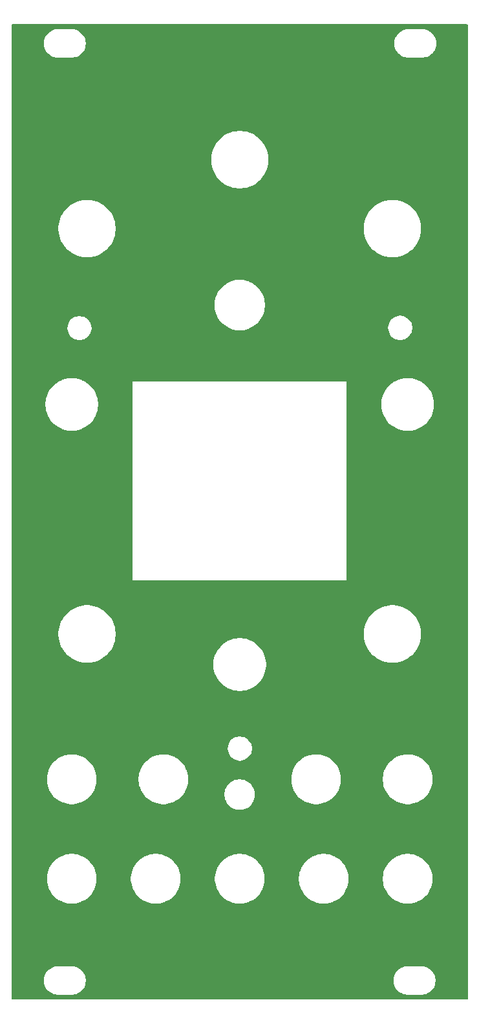
<source format=gbr>
%TF.GenerationSoftware,KiCad,Pcbnew,8.0.7*%
%TF.CreationDate,2025-01-17T12:36:58+00:00*%
%TF.ProjectId,Spectralist_Panel,53706563-7472-4616-9c69-73745f50616e,rev?*%
%TF.SameCoordinates,Original*%
%TF.FileFunction,Copper,L2,Bot*%
%TF.FilePolarity,Positive*%
%FSLAX46Y46*%
G04 Gerber Fmt 4.6, Leading zero omitted, Abs format (unit mm)*
G04 Created by KiCad (PCBNEW 8.0.7) date 2025-01-17 12:36:58*
%MOMM*%
%LPD*%
G01*
G04 APERTURE LIST*
G04 APERTURE END LIST*
%TA.AperFunction,NonConductor*%
G36*
X159841621Y-41320502D02*
G01*
X159888114Y-41374158D01*
X159899500Y-41426500D01*
X159899500Y-168673500D01*
X159879498Y-168741621D01*
X159825842Y-168788114D01*
X159773500Y-168799500D01*
X100226500Y-168799500D01*
X100158379Y-168779498D01*
X100111886Y-168725842D01*
X100100500Y-168673500D01*
X100100500Y-166178709D01*
X104349500Y-166178709D01*
X104349500Y-166421290D01*
X104381160Y-166661782D01*
X104443944Y-166896095D01*
X104443945Y-166896097D01*
X104443946Y-166896100D01*
X104536776Y-167120212D01*
X104536777Y-167120213D01*
X104536782Y-167120224D01*
X104658061Y-167330285D01*
X104658063Y-167330288D01*
X104658064Y-167330289D01*
X104805735Y-167522738D01*
X104805739Y-167522742D01*
X104805744Y-167522748D01*
X104977251Y-167694255D01*
X104977256Y-167694259D01*
X104977262Y-167694265D01*
X105169711Y-167841936D01*
X105169714Y-167841938D01*
X105379775Y-167963217D01*
X105379779Y-167963218D01*
X105379788Y-167963224D01*
X105603900Y-168056054D01*
X105838211Y-168118838D01*
X105838215Y-168118838D01*
X105838217Y-168118839D01*
X105900202Y-168126999D01*
X106078712Y-168150500D01*
X106078719Y-168150500D01*
X108121281Y-168150500D01*
X108121288Y-168150500D01*
X108338637Y-168121885D01*
X108361782Y-168118839D01*
X108361782Y-168118838D01*
X108361789Y-168118838D01*
X108596100Y-168056054D01*
X108820212Y-167963224D01*
X109030289Y-167841936D01*
X109222738Y-167694265D01*
X109394265Y-167522738D01*
X109541936Y-167330289D01*
X109663224Y-167120212D01*
X109756054Y-166896100D01*
X109818838Y-166661789D01*
X109850500Y-166421288D01*
X109850500Y-166178712D01*
X109850500Y-166178709D01*
X150149500Y-166178709D01*
X150149500Y-166421290D01*
X150181160Y-166661782D01*
X150243944Y-166896095D01*
X150243945Y-166896097D01*
X150243946Y-166896100D01*
X150336776Y-167120212D01*
X150336777Y-167120213D01*
X150336782Y-167120224D01*
X150458061Y-167330285D01*
X150458063Y-167330288D01*
X150458064Y-167330289D01*
X150605735Y-167522738D01*
X150605739Y-167522742D01*
X150605744Y-167522748D01*
X150777251Y-167694255D01*
X150777256Y-167694259D01*
X150777262Y-167694265D01*
X150969711Y-167841936D01*
X150969714Y-167841938D01*
X151179775Y-167963217D01*
X151179779Y-167963218D01*
X151179788Y-167963224D01*
X151403900Y-168056054D01*
X151638211Y-168118838D01*
X151638215Y-168118838D01*
X151638217Y-168118839D01*
X151700202Y-168126999D01*
X151878712Y-168150500D01*
X151878719Y-168150500D01*
X153921281Y-168150500D01*
X153921288Y-168150500D01*
X154138637Y-168121885D01*
X154161782Y-168118839D01*
X154161782Y-168118838D01*
X154161789Y-168118838D01*
X154396100Y-168056054D01*
X154620212Y-167963224D01*
X154830289Y-167841936D01*
X155022738Y-167694265D01*
X155194265Y-167522738D01*
X155341936Y-167330289D01*
X155463224Y-167120212D01*
X155556054Y-166896100D01*
X155618838Y-166661789D01*
X155650500Y-166421288D01*
X155650500Y-166178712D01*
X155618838Y-165938211D01*
X155556054Y-165703900D01*
X155463224Y-165479788D01*
X155463218Y-165479779D01*
X155463217Y-165479775D01*
X155341938Y-165269714D01*
X155341936Y-165269711D01*
X155194265Y-165077262D01*
X155194259Y-165077256D01*
X155194255Y-165077251D01*
X155022748Y-164905744D01*
X155022742Y-164905739D01*
X155022738Y-164905735D01*
X154830289Y-164758064D01*
X154830288Y-164758063D01*
X154830285Y-164758061D01*
X154620224Y-164636782D01*
X154620216Y-164636778D01*
X154620212Y-164636776D01*
X154396100Y-164543946D01*
X154396097Y-164543945D01*
X154396095Y-164543944D01*
X154161782Y-164481160D01*
X153921290Y-164449500D01*
X153921288Y-164449500D01*
X151878712Y-164449500D01*
X151878709Y-164449500D01*
X151638217Y-164481160D01*
X151403904Y-164543944D01*
X151403900Y-164543946D01*
X151179786Y-164636777D01*
X151179775Y-164636782D01*
X150969714Y-164758061D01*
X150777262Y-164905735D01*
X150777251Y-164905744D01*
X150605744Y-165077251D01*
X150605735Y-165077262D01*
X150458061Y-165269714D01*
X150336782Y-165479775D01*
X150336777Y-165479786D01*
X150243946Y-165703900D01*
X150243944Y-165703904D01*
X150181160Y-165938217D01*
X150149500Y-166178709D01*
X109850500Y-166178709D01*
X109818838Y-165938211D01*
X109756054Y-165703900D01*
X109663224Y-165479788D01*
X109663218Y-165479779D01*
X109663217Y-165479775D01*
X109541938Y-165269714D01*
X109541936Y-165269711D01*
X109394265Y-165077262D01*
X109394259Y-165077256D01*
X109394255Y-165077251D01*
X109222748Y-164905744D01*
X109222742Y-164905739D01*
X109222738Y-164905735D01*
X109030289Y-164758064D01*
X109030288Y-164758063D01*
X109030285Y-164758061D01*
X108820224Y-164636782D01*
X108820216Y-164636778D01*
X108820212Y-164636776D01*
X108596100Y-164543946D01*
X108596097Y-164543945D01*
X108596095Y-164543944D01*
X108361782Y-164481160D01*
X108121290Y-164449500D01*
X108121288Y-164449500D01*
X106078712Y-164449500D01*
X106078709Y-164449500D01*
X105838217Y-164481160D01*
X105603904Y-164543944D01*
X105603900Y-164543946D01*
X105379786Y-164636777D01*
X105379775Y-164636782D01*
X105169714Y-164758061D01*
X104977262Y-164905735D01*
X104977251Y-164905744D01*
X104805744Y-165077251D01*
X104805735Y-165077262D01*
X104658061Y-165269714D01*
X104536782Y-165479775D01*
X104536777Y-165479786D01*
X104443946Y-165703900D01*
X104443944Y-165703904D01*
X104381160Y-165938217D01*
X104349500Y-166178709D01*
X100100500Y-166178709D01*
X100100500Y-152840306D01*
X104749500Y-152840306D01*
X104749500Y-153159693D01*
X104780802Y-153477508D01*
X104780804Y-153477523D01*
X104843111Y-153790760D01*
X104935820Y-154096381D01*
X104935821Y-154096385D01*
X105058039Y-154391444D01*
X105208592Y-154673108D01*
X105386020Y-154938649D01*
X105386031Y-154938664D01*
X105588628Y-155185528D01*
X105588646Y-155185548D01*
X105814451Y-155411353D01*
X105814461Y-155411362D01*
X105814465Y-155411366D01*
X106061344Y-155613975D01*
X106326894Y-155791409D01*
X106608556Y-155941961D01*
X106903619Y-156064180D01*
X107209240Y-156156889D01*
X107522477Y-156219196D01*
X107840313Y-156250500D01*
X107840322Y-156250500D01*
X108159678Y-156250500D01*
X108159687Y-156250500D01*
X108477523Y-156219196D01*
X108790760Y-156156889D01*
X109096381Y-156064180D01*
X109391444Y-155941961D01*
X109673106Y-155791409D01*
X109938656Y-155613975D01*
X110185535Y-155411366D01*
X110411366Y-155185535D01*
X110613975Y-154938656D01*
X110791409Y-154673106D01*
X110941961Y-154391444D01*
X111064180Y-154096381D01*
X111156889Y-153790760D01*
X111219196Y-153477523D01*
X111250500Y-153159687D01*
X111250500Y-152840313D01*
X111250499Y-152840306D01*
X115749500Y-152840306D01*
X115749500Y-153159693D01*
X115780802Y-153477508D01*
X115780804Y-153477523D01*
X115843111Y-153790760D01*
X115935820Y-154096381D01*
X115935821Y-154096385D01*
X116058039Y-154391444D01*
X116208592Y-154673108D01*
X116386020Y-154938649D01*
X116386031Y-154938664D01*
X116588628Y-155185528D01*
X116588646Y-155185548D01*
X116814451Y-155411353D01*
X116814461Y-155411362D01*
X116814465Y-155411366D01*
X117061344Y-155613975D01*
X117326894Y-155791409D01*
X117608556Y-155941961D01*
X117903619Y-156064180D01*
X118209240Y-156156889D01*
X118522477Y-156219196D01*
X118840313Y-156250500D01*
X118840322Y-156250500D01*
X119159678Y-156250500D01*
X119159687Y-156250500D01*
X119477523Y-156219196D01*
X119790760Y-156156889D01*
X120096381Y-156064180D01*
X120391444Y-155941961D01*
X120673106Y-155791409D01*
X120938656Y-155613975D01*
X121185535Y-155411366D01*
X121411366Y-155185535D01*
X121613975Y-154938656D01*
X121791409Y-154673106D01*
X121941961Y-154391444D01*
X122064180Y-154096381D01*
X122156889Y-153790760D01*
X122219196Y-153477523D01*
X122250500Y-153159687D01*
X122250500Y-152840313D01*
X122250499Y-152840306D01*
X126749500Y-152840306D01*
X126749500Y-153159693D01*
X126780802Y-153477508D01*
X126780804Y-153477523D01*
X126843111Y-153790760D01*
X126935820Y-154096381D01*
X126935821Y-154096385D01*
X127058039Y-154391444D01*
X127208592Y-154673108D01*
X127386020Y-154938649D01*
X127386031Y-154938664D01*
X127588628Y-155185528D01*
X127588646Y-155185548D01*
X127814451Y-155411353D01*
X127814461Y-155411362D01*
X127814465Y-155411366D01*
X128061344Y-155613975D01*
X128326894Y-155791409D01*
X128608556Y-155941961D01*
X128903619Y-156064180D01*
X129209240Y-156156889D01*
X129522477Y-156219196D01*
X129840313Y-156250500D01*
X129840322Y-156250500D01*
X130159678Y-156250500D01*
X130159687Y-156250500D01*
X130477523Y-156219196D01*
X130790760Y-156156889D01*
X131096381Y-156064180D01*
X131391444Y-155941961D01*
X131673106Y-155791409D01*
X131938656Y-155613975D01*
X132185535Y-155411366D01*
X132411366Y-155185535D01*
X132613975Y-154938656D01*
X132791409Y-154673106D01*
X132941961Y-154391444D01*
X133064180Y-154096381D01*
X133156889Y-153790760D01*
X133219196Y-153477523D01*
X133250500Y-153159687D01*
X133250500Y-152840313D01*
X133250499Y-152840306D01*
X137749500Y-152840306D01*
X137749500Y-153159693D01*
X137780802Y-153477508D01*
X137780804Y-153477523D01*
X137843111Y-153790760D01*
X137935820Y-154096381D01*
X137935821Y-154096385D01*
X138058039Y-154391444D01*
X138208592Y-154673108D01*
X138386020Y-154938649D01*
X138386031Y-154938664D01*
X138588628Y-155185528D01*
X138588646Y-155185548D01*
X138814451Y-155411353D01*
X138814461Y-155411362D01*
X138814465Y-155411366D01*
X139061344Y-155613975D01*
X139326894Y-155791409D01*
X139608556Y-155941961D01*
X139903619Y-156064180D01*
X140209240Y-156156889D01*
X140522477Y-156219196D01*
X140840313Y-156250500D01*
X140840322Y-156250500D01*
X141159678Y-156250500D01*
X141159687Y-156250500D01*
X141477523Y-156219196D01*
X141790760Y-156156889D01*
X142096381Y-156064180D01*
X142391444Y-155941961D01*
X142673106Y-155791409D01*
X142938656Y-155613975D01*
X143185535Y-155411366D01*
X143411366Y-155185535D01*
X143613975Y-154938656D01*
X143791409Y-154673106D01*
X143941961Y-154391444D01*
X144064180Y-154096381D01*
X144156889Y-153790760D01*
X144219196Y-153477523D01*
X144250500Y-153159687D01*
X144250500Y-152840313D01*
X144250499Y-152840306D01*
X148749500Y-152840306D01*
X148749500Y-153159693D01*
X148780802Y-153477508D01*
X148780804Y-153477523D01*
X148843111Y-153790760D01*
X148935820Y-154096381D01*
X148935821Y-154096385D01*
X149058039Y-154391444D01*
X149208592Y-154673108D01*
X149386020Y-154938649D01*
X149386031Y-154938664D01*
X149588628Y-155185528D01*
X149588646Y-155185548D01*
X149814451Y-155411353D01*
X149814461Y-155411362D01*
X149814465Y-155411366D01*
X150061344Y-155613975D01*
X150326894Y-155791409D01*
X150608556Y-155941961D01*
X150903619Y-156064180D01*
X151209240Y-156156889D01*
X151522477Y-156219196D01*
X151840313Y-156250500D01*
X151840322Y-156250500D01*
X152159678Y-156250500D01*
X152159687Y-156250500D01*
X152477523Y-156219196D01*
X152790760Y-156156889D01*
X153096381Y-156064180D01*
X153391444Y-155941961D01*
X153673106Y-155791409D01*
X153938656Y-155613975D01*
X154185535Y-155411366D01*
X154411366Y-155185535D01*
X154613975Y-154938656D01*
X154791409Y-154673106D01*
X154941961Y-154391444D01*
X155064180Y-154096381D01*
X155156889Y-153790760D01*
X155219196Y-153477523D01*
X155250500Y-153159687D01*
X155250500Y-152840313D01*
X155219196Y-152522477D01*
X155156889Y-152209240D01*
X155064180Y-151903619D01*
X154941961Y-151608556D01*
X154791409Y-151326894D01*
X154613975Y-151061344D01*
X154411366Y-150814465D01*
X154411362Y-150814461D01*
X154411353Y-150814451D01*
X154185548Y-150588646D01*
X154185528Y-150588628D01*
X153938664Y-150386031D01*
X153938649Y-150386020D01*
X153673108Y-150208592D01*
X153391444Y-150058039D01*
X153096385Y-149935821D01*
X153096381Y-149935820D01*
X152790760Y-149843111D01*
X152581935Y-149801573D01*
X152477524Y-149780804D01*
X152477508Y-149780802D01*
X152159693Y-149749500D01*
X152159687Y-149749500D01*
X151840313Y-149749500D01*
X151840306Y-149749500D01*
X151522491Y-149780802D01*
X151522475Y-149780804D01*
X151313652Y-149822342D01*
X151209240Y-149843111D01*
X151056429Y-149889465D01*
X150903618Y-149935820D01*
X150903614Y-149935821D01*
X150608555Y-150058039D01*
X150326891Y-150208592D01*
X150061350Y-150386020D01*
X150061335Y-150386031D01*
X149814471Y-150588628D01*
X149814451Y-150588646D01*
X149588646Y-150814451D01*
X149588628Y-150814471D01*
X149386031Y-151061335D01*
X149386020Y-151061350D01*
X149208592Y-151326891D01*
X149058039Y-151608555D01*
X148935821Y-151903614D01*
X148935820Y-151903618D01*
X148843111Y-152209241D01*
X148780804Y-152522475D01*
X148780802Y-152522491D01*
X148749500Y-152840306D01*
X144250499Y-152840306D01*
X144219196Y-152522477D01*
X144156889Y-152209240D01*
X144064180Y-151903619D01*
X143941961Y-151608556D01*
X143791409Y-151326894D01*
X143613975Y-151061344D01*
X143411366Y-150814465D01*
X143411362Y-150814461D01*
X143411353Y-150814451D01*
X143185548Y-150588646D01*
X143185528Y-150588628D01*
X142938664Y-150386031D01*
X142938649Y-150386020D01*
X142673108Y-150208592D01*
X142391444Y-150058039D01*
X142096385Y-149935821D01*
X142096381Y-149935820D01*
X141790760Y-149843111D01*
X141581935Y-149801573D01*
X141477524Y-149780804D01*
X141477508Y-149780802D01*
X141159693Y-149749500D01*
X141159687Y-149749500D01*
X140840313Y-149749500D01*
X140840306Y-149749500D01*
X140522491Y-149780802D01*
X140522475Y-149780804D01*
X140313652Y-149822342D01*
X140209240Y-149843111D01*
X140056429Y-149889465D01*
X139903618Y-149935820D01*
X139903614Y-149935821D01*
X139608555Y-150058039D01*
X139326891Y-150208592D01*
X139061350Y-150386020D01*
X139061335Y-150386031D01*
X138814471Y-150588628D01*
X138814451Y-150588646D01*
X138588646Y-150814451D01*
X138588628Y-150814471D01*
X138386031Y-151061335D01*
X138386020Y-151061350D01*
X138208592Y-151326891D01*
X138058039Y-151608555D01*
X137935821Y-151903614D01*
X137935820Y-151903618D01*
X137843111Y-152209241D01*
X137780804Y-152522475D01*
X137780802Y-152522491D01*
X137749500Y-152840306D01*
X133250499Y-152840306D01*
X133219196Y-152522477D01*
X133156889Y-152209240D01*
X133064180Y-151903619D01*
X132941961Y-151608556D01*
X132791409Y-151326894D01*
X132613975Y-151061344D01*
X132411366Y-150814465D01*
X132411362Y-150814461D01*
X132411353Y-150814451D01*
X132185548Y-150588646D01*
X132185528Y-150588628D01*
X131938664Y-150386031D01*
X131938649Y-150386020D01*
X131673108Y-150208592D01*
X131391444Y-150058039D01*
X131096385Y-149935821D01*
X131096381Y-149935820D01*
X130790760Y-149843111D01*
X130581935Y-149801573D01*
X130477524Y-149780804D01*
X130477508Y-149780802D01*
X130159693Y-149749500D01*
X130159687Y-149749500D01*
X129840313Y-149749500D01*
X129840306Y-149749500D01*
X129522491Y-149780802D01*
X129522475Y-149780804D01*
X129313652Y-149822342D01*
X129209240Y-149843111D01*
X129056429Y-149889465D01*
X128903618Y-149935820D01*
X128903614Y-149935821D01*
X128608555Y-150058039D01*
X128326891Y-150208592D01*
X128061350Y-150386020D01*
X128061335Y-150386031D01*
X127814471Y-150588628D01*
X127814451Y-150588646D01*
X127588646Y-150814451D01*
X127588628Y-150814471D01*
X127386031Y-151061335D01*
X127386020Y-151061350D01*
X127208592Y-151326891D01*
X127058039Y-151608555D01*
X126935821Y-151903614D01*
X126935820Y-151903618D01*
X126843111Y-152209241D01*
X126780804Y-152522475D01*
X126780802Y-152522491D01*
X126749500Y-152840306D01*
X122250499Y-152840306D01*
X122219196Y-152522477D01*
X122156889Y-152209240D01*
X122064180Y-151903619D01*
X121941961Y-151608556D01*
X121791409Y-151326894D01*
X121613975Y-151061344D01*
X121411366Y-150814465D01*
X121411362Y-150814461D01*
X121411353Y-150814451D01*
X121185548Y-150588646D01*
X121185528Y-150588628D01*
X120938664Y-150386031D01*
X120938649Y-150386020D01*
X120673108Y-150208592D01*
X120391444Y-150058039D01*
X120096385Y-149935821D01*
X120096381Y-149935820D01*
X119790760Y-149843111D01*
X119581935Y-149801573D01*
X119477524Y-149780804D01*
X119477508Y-149780802D01*
X119159693Y-149749500D01*
X119159687Y-149749500D01*
X118840313Y-149749500D01*
X118840306Y-149749500D01*
X118522491Y-149780802D01*
X118522475Y-149780804D01*
X118313652Y-149822342D01*
X118209240Y-149843111D01*
X118056429Y-149889465D01*
X117903618Y-149935820D01*
X117903614Y-149935821D01*
X117608555Y-150058039D01*
X117326891Y-150208592D01*
X117061350Y-150386020D01*
X117061335Y-150386031D01*
X116814471Y-150588628D01*
X116814451Y-150588646D01*
X116588646Y-150814451D01*
X116588628Y-150814471D01*
X116386031Y-151061335D01*
X116386020Y-151061350D01*
X116208592Y-151326891D01*
X116058039Y-151608555D01*
X115935821Y-151903614D01*
X115935820Y-151903618D01*
X115843111Y-152209241D01*
X115780804Y-152522475D01*
X115780802Y-152522491D01*
X115749500Y-152840306D01*
X111250499Y-152840306D01*
X111219196Y-152522477D01*
X111156889Y-152209240D01*
X111064180Y-151903619D01*
X110941961Y-151608556D01*
X110791409Y-151326894D01*
X110613975Y-151061344D01*
X110411366Y-150814465D01*
X110411362Y-150814461D01*
X110411353Y-150814451D01*
X110185548Y-150588646D01*
X110185528Y-150588628D01*
X109938664Y-150386031D01*
X109938649Y-150386020D01*
X109673108Y-150208592D01*
X109391444Y-150058039D01*
X109096385Y-149935821D01*
X109096381Y-149935820D01*
X108790760Y-149843111D01*
X108581935Y-149801573D01*
X108477524Y-149780804D01*
X108477508Y-149780802D01*
X108159693Y-149749500D01*
X108159687Y-149749500D01*
X107840313Y-149749500D01*
X107840306Y-149749500D01*
X107522491Y-149780802D01*
X107522475Y-149780804D01*
X107313652Y-149822342D01*
X107209240Y-149843111D01*
X107056429Y-149889465D01*
X106903618Y-149935820D01*
X106903614Y-149935821D01*
X106608555Y-150058039D01*
X106326891Y-150208592D01*
X106061350Y-150386020D01*
X106061335Y-150386031D01*
X105814471Y-150588628D01*
X105814451Y-150588646D01*
X105588646Y-150814451D01*
X105588628Y-150814471D01*
X105386031Y-151061335D01*
X105386020Y-151061350D01*
X105208592Y-151326891D01*
X105058039Y-151608555D01*
X104935821Y-151903614D01*
X104935820Y-151903618D01*
X104843111Y-152209241D01*
X104780804Y-152522475D01*
X104780802Y-152522491D01*
X104749500Y-152840306D01*
X100100500Y-152840306D01*
X100100500Y-139840306D01*
X104749500Y-139840306D01*
X104749500Y-140159693D01*
X104780802Y-140477508D01*
X104780804Y-140477523D01*
X104843111Y-140790760D01*
X104935820Y-141096381D01*
X104935821Y-141096385D01*
X105058039Y-141391444D01*
X105208592Y-141673108D01*
X105386020Y-141938649D01*
X105386031Y-141938664D01*
X105588628Y-142185528D01*
X105588646Y-142185548D01*
X105814451Y-142411353D01*
X105814461Y-142411362D01*
X105814465Y-142411366D01*
X106061344Y-142613975D01*
X106326894Y-142791409D01*
X106608556Y-142941961D01*
X106903619Y-143064180D01*
X107209240Y-143156889D01*
X107522477Y-143219196D01*
X107840313Y-143250500D01*
X107840322Y-143250500D01*
X108159678Y-143250500D01*
X108159687Y-143250500D01*
X108477523Y-143219196D01*
X108790760Y-143156889D01*
X109096381Y-143064180D01*
X109391444Y-142941961D01*
X109673106Y-142791409D01*
X109938656Y-142613975D01*
X110185535Y-142411366D01*
X110411366Y-142185535D01*
X110613975Y-141938656D01*
X110791409Y-141673106D01*
X110941961Y-141391444D01*
X111064180Y-141096381D01*
X111156889Y-140790760D01*
X111219196Y-140477523D01*
X111250500Y-140159687D01*
X111250500Y-139840313D01*
X111250499Y-139840306D01*
X116749500Y-139840306D01*
X116749500Y-140159693D01*
X116780802Y-140477508D01*
X116780804Y-140477523D01*
X116843111Y-140790760D01*
X116935820Y-141096381D01*
X116935821Y-141096385D01*
X117058039Y-141391444D01*
X117208592Y-141673108D01*
X117386020Y-141938649D01*
X117386031Y-141938664D01*
X117588628Y-142185528D01*
X117588646Y-142185548D01*
X117814451Y-142411353D01*
X117814461Y-142411362D01*
X117814465Y-142411366D01*
X118061344Y-142613975D01*
X118326894Y-142791409D01*
X118608556Y-142941961D01*
X118903619Y-143064180D01*
X119209240Y-143156889D01*
X119522477Y-143219196D01*
X119840313Y-143250500D01*
X119840322Y-143250500D01*
X120159678Y-143250500D01*
X120159687Y-143250500D01*
X120477523Y-143219196D01*
X120790760Y-143156889D01*
X121096381Y-143064180D01*
X121391444Y-142941961D01*
X121673106Y-142791409D01*
X121938656Y-142613975D01*
X122185535Y-142411366D01*
X122411366Y-142185535D01*
X122613975Y-141938656D01*
X122660599Y-141868878D01*
X127999500Y-141868878D01*
X127999500Y-142131121D01*
X128033728Y-142391108D01*
X128033729Y-142391114D01*
X128033730Y-142391116D01*
X128101602Y-142644419D01*
X128201957Y-142886697D01*
X128201958Y-142886698D01*
X128201963Y-142886709D01*
X128333073Y-143113799D01*
X128333077Y-143113805D01*
X128492710Y-143321842D01*
X128492729Y-143321863D01*
X128678136Y-143507270D01*
X128678157Y-143507289D01*
X128886194Y-143666922D01*
X128886200Y-143666926D01*
X129113290Y-143798036D01*
X129113294Y-143798037D01*
X129113303Y-143798043D01*
X129355581Y-143898398D01*
X129608884Y-143966270D01*
X129608890Y-143966270D01*
X129608891Y-143966271D01*
X129633900Y-143969563D01*
X129868880Y-144000500D01*
X129868887Y-144000500D01*
X130131113Y-144000500D01*
X130131120Y-144000500D01*
X130391116Y-143966270D01*
X130644419Y-143898398D01*
X130886697Y-143798043D01*
X131113803Y-143666924D01*
X131321851Y-143507282D01*
X131507282Y-143321851D01*
X131666924Y-143113803D01*
X131798043Y-142886697D01*
X131898398Y-142644419D01*
X131966270Y-142391116D01*
X132000500Y-142131120D01*
X132000500Y-141868880D01*
X131966270Y-141608884D01*
X131898398Y-141355581D01*
X131798043Y-141113303D01*
X131798037Y-141113294D01*
X131798036Y-141113290D01*
X131666926Y-140886200D01*
X131666922Y-140886194D01*
X131507289Y-140678157D01*
X131507270Y-140678136D01*
X131321863Y-140492729D01*
X131321842Y-140492710D01*
X131113805Y-140333077D01*
X131113799Y-140333073D01*
X130886709Y-140201963D01*
X130886701Y-140201959D01*
X130886697Y-140201957D01*
X130644419Y-140101602D01*
X130391116Y-140033730D01*
X130391114Y-140033729D01*
X130391108Y-140033728D01*
X130131121Y-139999500D01*
X130131120Y-139999500D01*
X129868880Y-139999500D01*
X129868878Y-139999500D01*
X129608891Y-140033728D01*
X129355581Y-140101602D01*
X129113301Y-140201958D01*
X129113290Y-140201963D01*
X128886200Y-140333073D01*
X128886194Y-140333077D01*
X128678157Y-140492710D01*
X128678136Y-140492729D01*
X128492729Y-140678136D01*
X128492710Y-140678157D01*
X128333077Y-140886194D01*
X128333073Y-140886200D01*
X128201963Y-141113290D01*
X128201958Y-141113301D01*
X128101602Y-141355581D01*
X128033728Y-141608891D01*
X127999500Y-141868878D01*
X122660599Y-141868878D01*
X122791409Y-141673106D01*
X122941961Y-141391444D01*
X123064180Y-141096381D01*
X123156889Y-140790760D01*
X123219196Y-140477523D01*
X123250500Y-140159687D01*
X123250500Y-139840313D01*
X123250499Y-139840306D01*
X136749500Y-139840306D01*
X136749500Y-140159693D01*
X136780802Y-140477508D01*
X136780804Y-140477523D01*
X136843111Y-140790760D01*
X136935820Y-141096381D01*
X136935821Y-141096385D01*
X137058039Y-141391444D01*
X137208592Y-141673108D01*
X137386020Y-141938649D01*
X137386031Y-141938664D01*
X137588628Y-142185528D01*
X137588646Y-142185548D01*
X137814451Y-142411353D01*
X137814461Y-142411362D01*
X137814465Y-142411366D01*
X138061344Y-142613975D01*
X138326894Y-142791409D01*
X138608556Y-142941961D01*
X138903619Y-143064180D01*
X139209240Y-143156889D01*
X139522477Y-143219196D01*
X139840313Y-143250500D01*
X139840322Y-143250500D01*
X140159678Y-143250500D01*
X140159687Y-143250500D01*
X140477523Y-143219196D01*
X140790760Y-143156889D01*
X141096381Y-143064180D01*
X141391444Y-142941961D01*
X141673106Y-142791409D01*
X141938656Y-142613975D01*
X142185535Y-142411366D01*
X142411366Y-142185535D01*
X142613975Y-141938656D01*
X142791409Y-141673106D01*
X142941961Y-141391444D01*
X143064180Y-141096381D01*
X143156889Y-140790760D01*
X143219196Y-140477523D01*
X143250500Y-140159687D01*
X143250500Y-139840313D01*
X143250499Y-139840306D01*
X148749500Y-139840306D01*
X148749500Y-140159693D01*
X148780802Y-140477508D01*
X148780804Y-140477523D01*
X148843111Y-140790760D01*
X148935820Y-141096381D01*
X148935821Y-141096385D01*
X149058039Y-141391444D01*
X149208592Y-141673108D01*
X149386020Y-141938649D01*
X149386031Y-141938664D01*
X149588628Y-142185528D01*
X149588646Y-142185548D01*
X149814451Y-142411353D01*
X149814461Y-142411362D01*
X149814465Y-142411366D01*
X150061344Y-142613975D01*
X150326894Y-142791409D01*
X150608556Y-142941961D01*
X150903619Y-143064180D01*
X151209240Y-143156889D01*
X151522477Y-143219196D01*
X151840313Y-143250500D01*
X151840322Y-143250500D01*
X152159678Y-143250500D01*
X152159687Y-143250500D01*
X152477523Y-143219196D01*
X152790760Y-143156889D01*
X153096381Y-143064180D01*
X153391444Y-142941961D01*
X153673106Y-142791409D01*
X153938656Y-142613975D01*
X154185535Y-142411366D01*
X154411366Y-142185535D01*
X154613975Y-141938656D01*
X154791409Y-141673106D01*
X154941961Y-141391444D01*
X155064180Y-141096381D01*
X155156889Y-140790760D01*
X155219196Y-140477523D01*
X155250500Y-140159687D01*
X155250500Y-139840313D01*
X155219196Y-139522477D01*
X155156889Y-139209240D01*
X155064180Y-138903619D01*
X154941961Y-138608556D01*
X154791409Y-138326894D01*
X154613975Y-138061344D01*
X154411366Y-137814465D01*
X154411362Y-137814461D01*
X154411353Y-137814451D01*
X154185548Y-137588646D01*
X154185528Y-137588628D01*
X153938664Y-137386031D01*
X153938649Y-137386020D01*
X153673108Y-137208592D01*
X153391444Y-137058039D01*
X153096385Y-136935821D01*
X153096381Y-136935820D01*
X152790760Y-136843111D01*
X152581935Y-136801573D01*
X152477524Y-136780804D01*
X152477508Y-136780802D01*
X152159693Y-136749500D01*
X152159687Y-136749500D01*
X151840313Y-136749500D01*
X151840306Y-136749500D01*
X151522491Y-136780802D01*
X151522475Y-136780804D01*
X151313652Y-136822342D01*
X151209240Y-136843111D01*
X151056429Y-136889465D01*
X150903618Y-136935820D01*
X150903614Y-136935821D01*
X150608555Y-137058039D01*
X150326891Y-137208592D01*
X150061350Y-137386020D01*
X150061335Y-137386031D01*
X149814471Y-137588628D01*
X149814451Y-137588646D01*
X149588646Y-137814451D01*
X149588628Y-137814471D01*
X149386031Y-138061335D01*
X149386020Y-138061350D01*
X149208592Y-138326891D01*
X149058039Y-138608555D01*
X148935821Y-138903614D01*
X148935820Y-138903618D01*
X148843111Y-139209241D01*
X148780804Y-139522475D01*
X148780802Y-139522491D01*
X148749500Y-139840306D01*
X143250499Y-139840306D01*
X143219196Y-139522477D01*
X143156889Y-139209240D01*
X143064180Y-138903619D01*
X142941961Y-138608556D01*
X142791409Y-138326894D01*
X142613975Y-138061344D01*
X142411366Y-137814465D01*
X142411362Y-137814461D01*
X142411353Y-137814451D01*
X142185548Y-137588646D01*
X142185528Y-137588628D01*
X141938664Y-137386031D01*
X141938649Y-137386020D01*
X141673108Y-137208592D01*
X141391444Y-137058039D01*
X141096385Y-136935821D01*
X141096381Y-136935820D01*
X140790760Y-136843111D01*
X140581935Y-136801573D01*
X140477524Y-136780804D01*
X140477508Y-136780802D01*
X140159693Y-136749500D01*
X140159687Y-136749500D01*
X139840313Y-136749500D01*
X139840306Y-136749500D01*
X139522491Y-136780802D01*
X139522475Y-136780804D01*
X139313652Y-136822342D01*
X139209240Y-136843111D01*
X139056429Y-136889465D01*
X138903618Y-136935820D01*
X138903614Y-136935821D01*
X138608555Y-137058039D01*
X138326891Y-137208592D01*
X138061350Y-137386020D01*
X138061335Y-137386031D01*
X137814471Y-137588628D01*
X137814451Y-137588646D01*
X137588646Y-137814451D01*
X137588628Y-137814471D01*
X137386031Y-138061335D01*
X137386020Y-138061350D01*
X137208592Y-138326891D01*
X137058039Y-138608555D01*
X136935821Y-138903614D01*
X136935820Y-138903618D01*
X136843111Y-139209241D01*
X136780804Y-139522475D01*
X136780802Y-139522491D01*
X136749500Y-139840306D01*
X123250499Y-139840306D01*
X123219196Y-139522477D01*
X123156889Y-139209240D01*
X123064180Y-138903619D01*
X122941961Y-138608556D01*
X122791409Y-138326894D01*
X122613975Y-138061344D01*
X122411366Y-137814465D01*
X122411362Y-137814461D01*
X122411353Y-137814451D01*
X122185548Y-137588646D01*
X122185528Y-137588628D01*
X121938664Y-137386031D01*
X121938649Y-137386020D01*
X121673108Y-137208592D01*
X121391444Y-137058039D01*
X121096385Y-136935821D01*
X121096381Y-136935820D01*
X120790760Y-136843111D01*
X120581935Y-136801573D01*
X120477524Y-136780804D01*
X120477508Y-136780802D01*
X120159693Y-136749500D01*
X120159687Y-136749500D01*
X119840313Y-136749500D01*
X119840306Y-136749500D01*
X119522491Y-136780802D01*
X119522475Y-136780804D01*
X119313652Y-136822342D01*
X119209240Y-136843111D01*
X119056429Y-136889465D01*
X118903618Y-136935820D01*
X118903614Y-136935821D01*
X118608555Y-137058039D01*
X118326891Y-137208592D01*
X118061350Y-137386020D01*
X118061335Y-137386031D01*
X117814471Y-137588628D01*
X117814451Y-137588646D01*
X117588646Y-137814451D01*
X117588628Y-137814471D01*
X117386031Y-138061335D01*
X117386020Y-138061350D01*
X117208592Y-138326891D01*
X117058039Y-138608555D01*
X116935821Y-138903614D01*
X116935820Y-138903618D01*
X116843111Y-139209241D01*
X116780804Y-139522475D01*
X116780802Y-139522491D01*
X116749500Y-139840306D01*
X111250499Y-139840306D01*
X111219196Y-139522477D01*
X111156889Y-139209240D01*
X111064180Y-138903619D01*
X110941961Y-138608556D01*
X110791409Y-138326894D01*
X110613975Y-138061344D01*
X110411366Y-137814465D01*
X110411362Y-137814461D01*
X110411353Y-137814451D01*
X110185548Y-137588646D01*
X110185528Y-137588628D01*
X109938664Y-137386031D01*
X109938649Y-137386020D01*
X109673108Y-137208592D01*
X109391444Y-137058039D01*
X109096385Y-136935821D01*
X109096381Y-136935820D01*
X108790760Y-136843111D01*
X108581935Y-136801573D01*
X108477524Y-136780804D01*
X108477508Y-136780802D01*
X108159693Y-136749500D01*
X108159687Y-136749500D01*
X107840313Y-136749500D01*
X107840306Y-136749500D01*
X107522491Y-136780802D01*
X107522475Y-136780804D01*
X107313652Y-136822342D01*
X107209240Y-136843111D01*
X107056429Y-136889465D01*
X106903618Y-136935820D01*
X106903614Y-136935821D01*
X106608555Y-137058039D01*
X106326891Y-137208592D01*
X106061350Y-137386020D01*
X106061335Y-137386031D01*
X105814471Y-137588628D01*
X105814451Y-137588646D01*
X105588646Y-137814451D01*
X105588628Y-137814471D01*
X105386031Y-138061335D01*
X105386020Y-138061350D01*
X105208592Y-138326891D01*
X105058039Y-138608555D01*
X104935821Y-138903614D01*
X104935820Y-138903618D01*
X104843111Y-139209241D01*
X104780804Y-139522475D01*
X104780802Y-139522491D01*
X104749500Y-139840306D01*
X100100500Y-139840306D01*
X100100500Y-135994936D01*
X128400000Y-135994936D01*
X128543026Y-136586665D01*
X128543026Y-136586666D01*
X128543027Y-136586667D01*
X128868618Y-137126320D01*
X129408934Y-137452596D01*
X130000001Y-137594937D01*
X130633528Y-137452581D01*
X131132200Y-137127136D01*
X131500524Y-136587115D01*
X131600001Y-135994937D01*
X131499442Y-135362080D01*
X131130810Y-134864128D01*
X131126397Y-134860871D01*
X130633225Y-134496900D01*
X130474918Y-134471409D01*
X130000000Y-134394937D01*
X129999998Y-134394937D01*
X129999997Y-134394937D01*
X129408939Y-134496166D01*
X129408938Y-134496167D01*
X128865935Y-134860870D01*
X128865932Y-134860874D01*
X128539507Y-135360619D01*
X128539505Y-135360623D01*
X128400000Y-135994936D01*
X100100500Y-135994936D01*
X100100500Y-124830481D01*
X126549500Y-124830481D01*
X126549500Y-125169518D01*
X126582728Y-125506889D01*
X126582730Y-125506905D01*
X126648871Y-125839414D01*
X126747282Y-126163835D01*
X126747285Y-126163844D01*
X126877023Y-126477058D01*
X127036839Y-126776053D01*
X127225185Y-127057932D01*
X127225196Y-127057947D01*
X127440259Y-127320003D01*
X127440277Y-127320022D01*
X127679977Y-127559722D01*
X127679996Y-127559740D01*
X127942052Y-127774803D01*
X127942061Y-127774810D01*
X128223949Y-127963162D01*
X128522942Y-128122977D01*
X128836160Y-128252716D01*
X129160586Y-128351129D01*
X129493096Y-128417270D01*
X129830488Y-128450500D01*
X129830497Y-128450500D01*
X130169503Y-128450500D01*
X130169512Y-128450500D01*
X130506904Y-128417270D01*
X130839414Y-128351129D01*
X131163840Y-128252716D01*
X131477058Y-128122977D01*
X131776051Y-127963162D01*
X132057939Y-127774810D01*
X132320009Y-127559735D01*
X132559735Y-127320009D01*
X132774810Y-127057939D01*
X132963162Y-126776051D01*
X133122977Y-126477058D01*
X133252716Y-126163840D01*
X133351129Y-125839414D01*
X133417270Y-125506904D01*
X133450500Y-125169512D01*
X133450500Y-124830488D01*
X133417270Y-124493096D01*
X133351129Y-124160586D01*
X133252716Y-123836160D01*
X133122977Y-123522942D01*
X132963162Y-123223949D01*
X132774810Y-122942061D01*
X132765296Y-122930468D01*
X132559740Y-122679996D01*
X132559722Y-122679977D01*
X132320022Y-122440277D01*
X132320003Y-122440259D01*
X132057947Y-122225196D01*
X132057932Y-122225185D01*
X131776053Y-122036839D01*
X131477058Y-121877023D01*
X131163844Y-121747285D01*
X131163835Y-121747282D01*
X130839414Y-121648871D01*
X130839415Y-121648871D01*
X130506905Y-121582730D01*
X130506889Y-121582728D01*
X130169518Y-121549500D01*
X130169512Y-121549500D01*
X129830488Y-121549500D01*
X129830481Y-121549500D01*
X129493110Y-121582728D01*
X129493094Y-121582730D01*
X129160585Y-121648871D01*
X128836164Y-121747282D01*
X128836155Y-121747285D01*
X128522941Y-121877023D01*
X128223946Y-122036839D01*
X127942067Y-122225185D01*
X127942052Y-122225196D01*
X127679996Y-122440259D01*
X127679977Y-122440277D01*
X127440277Y-122679977D01*
X127440259Y-122679996D01*
X127225196Y-122942052D01*
X127225185Y-122942067D01*
X127036839Y-123223946D01*
X126877023Y-123522941D01*
X126747285Y-123836155D01*
X126747282Y-123836164D01*
X126648871Y-124160585D01*
X126582730Y-124493094D01*
X126582728Y-124493110D01*
X126549500Y-124830481D01*
X100100500Y-124830481D01*
X100100500Y-120815743D01*
X106249500Y-120815743D01*
X106249500Y-121184256D01*
X106285617Y-121550961D01*
X106285620Y-121550981D01*
X106357506Y-121912382D01*
X106357509Y-121912393D01*
X106357510Y-121912396D01*
X106452393Y-122225185D01*
X106464480Y-122265029D01*
X106464481Y-122265033D01*
X106605499Y-122605479D01*
X106779210Y-122930470D01*
X106983932Y-123236858D01*
X106983943Y-123236873D01*
X107217705Y-123521712D01*
X107217723Y-123521732D01*
X107478267Y-123782276D01*
X107478277Y-123782285D01*
X107478281Y-123782289D01*
X107763135Y-124016063D01*
X108069532Y-124220791D01*
X108394521Y-124394501D01*
X108734971Y-124535520D01*
X109087604Y-124642490D01*
X109087613Y-124642491D01*
X109087617Y-124642493D01*
X109210230Y-124666881D01*
X109449024Y-124714381D01*
X109815750Y-124750500D01*
X109815759Y-124750500D01*
X110184241Y-124750500D01*
X110184250Y-124750500D01*
X110550976Y-124714381D01*
X110848660Y-124655167D01*
X110912382Y-124642493D01*
X110912384Y-124642492D01*
X110912396Y-124642490D01*
X111265029Y-124535520D01*
X111605479Y-124394501D01*
X111930468Y-124220791D01*
X112236865Y-124016063D01*
X112521719Y-123782289D01*
X112782289Y-123521719D01*
X113016063Y-123236865D01*
X113220791Y-122930468D01*
X113394501Y-122605479D01*
X113535520Y-122265029D01*
X113642490Y-121912396D01*
X113714381Y-121550976D01*
X113750500Y-121184250D01*
X113750500Y-120815750D01*
X113750499Y-120815743D01*
X146249500Y-120815743D01*
X146249500Y-121184256D01*
X146285617Y-121550961D01*
X146285620Y-121550981D01*
X146357506Y-121912382D01*
X146357509Y-121912393D01*
X146357510Y-121912396D01*
X146452393Y-122225185D01*
X146464480Y-122265029D01*
X146464481Y-122265033D01*
X146605499Y-122605479D01*
X146779210Y-122930470D01*
X146983932Y-123236858D01*
X146983943Y-123236873D01*
X147217705Y-123521712D01*
X147217723Y-123521732D01*
X147478267Y-123782276D01*
X147478277Y-123782285D01*
X147478281Y-123782289D01*
X147763135Y-124016063D01*
X148069532Y-124220791D01*
X148394521Y-124394501D01*
X148734971Y-124535520D01*
X149087604Y-124642490D01*
X149087613Y-124642491D01*
X149087617Y-124642493D01*
X149210230Y-124666881D01*
X149449024Y-124714381D01*
X149815750Y-124750500D01*
X149815759Y-124750500D01*
X150184241Y-124750500D01*
X150184250Y-124750500D01*
X150550976Y-124714381D01*
X150848660Y-124655167D01*
X150912382Y-124642493D01*
X150912384Y-124642492D01*
X150912396Y-124642490D01*
X151265029Y-124535520D01*
X151605479Y-124394501D01*
X151930468Y-124220791D01*
X152236865Y-124016063D01*
X152521719Y-123782289D01*
X152782289Y-123521719D01*
X153016063Y-123236865D01*
X153220791Y-122930468D01*
X153394501Y-122605479D01*
X153535520Y-122265029D01*
X153642490Y-121912396D01*
X153714381Y-121550976D01*
X153750500Y-121184250D01*
X153750500Y-120815750D01*
X153714381Y-120449024D01*
X153642490Y-120087604D01*
X153535520Y-119734971D01*
X153394501Y-119394521D01*
X153220791Y-119069532D01*
X153016063Y-118763135D01*
X152782289Y-118478281D01*
X152782285Y-118478277D01*
X152782276Y-118478267D01*
X152521732Y-118217723D01*
X152521712Y-118217705D01*
X152236873Y-117983943D01*
X152236858Y-117983932D01*
X151930470Y-117779210D01*
X151605479Y-117605499D01*
X151265033Y-117464481D01*
X151265029Y-117464480D01*
X150912396Y-117357510D01*
X150912393Y-117357509D01*
X150912382Y-117357506D01*
X150550981Y-117285620D01*
X150550976Y-117285619D01*
X150550971Y-117285618D01*
X150550961Y-117285617D01*
X150184256Y-117249500D01*
X150184250Y-117249500D01*
X149815750Y-117249500D01*
X149815743Y-117249500D01*
X149449038Y-117285617D01*
X149449025Y-117285618D01*
X149449024Y-117285619D01*
X149449021Y-117285619D01*
X149449018Y-117285620D01*
X149087617Y-117357506D01*
X148734970Y-117464480D01*
X148734966Y-117464481D01*
X148394520Y-117605499D01*
X148069529Y-117779210D01*
X147763141Y-117983932D01*
X147763126Y-117983943D01*
X147478287Y-118217705D01*
X147478267Y-118217723D01*
X147217723Y-118478267D01*
X147217705Y-118478287D01*
X146983943Y-118763126D01*
X146983932Y-118763141D01*
X146779210Y-119069529D01*
X146605499Y-119394520D01*
X146464481Y-119734966D01*
X146464480Y-119734970D01*
X146357506Y-120087617D01*
X146285620Y-120449018D01*
X146285617Y-120449038D01*
X146249500Y-120815743D01*
X113750499Y-120815743D01*
X113714381Y-120449024D01*
X113642490Y-120087604D01*
X113535520Y-119734971D01*
X113394501Y-119394521D01*
X113220791Y-119069532D01*
X113016063Y-118763135D01*
X112782289Y-118478281D01*
X112782285Y-118478277D01*
X112782276Y-118478267D01*
X112521732Y-118217723D01*
X112521712Y-118217705D01*
X112236873Y-117983943D01*
X112236858Y-117983932D01*
X111930470Y-117779210D01*
X111605479Y-117605499D01*
X111265033Y-117464481D01*
X111265029Y-117464480D01*
X110912396Y-117357510D01*
X110912393Y-117357509D01*
X110912382Y-117357506D01*
X110550981Y-117285620D01*
X110550976Y-117285619D01*
X110550971Y-117285618D01*
X110550961Y-117285617D01*
X110184256Y-117249500D01*
X110184250Y-117249500D01*
X109815750Y-117249500D01*
X109815743Y-117249500D01*
X109449038Y-117285617D01*
X109449025Y-117285618D01*
X109449024Y-117285619D01*
X109449021Y-117285619D01*
X109449018Y-117285620D01*
X109087617Y-117357506D01*
X108734970Y-117464480D01*
X108734966Y-117464481D01*
X108394520Y-117605499D01*
X108069529Y-117779210D01*
X107763141Y-117983932D01*
X107763126Y-117983943D01*
X107478287Y-118217705D01*
X107478267Y-118217723D01*
X107217723Y-118478267D01*
X107217705Y-118478287D01*
X106983943Y-118763126D01*
X106983932Y-118763141D01*
X106779210Y-119069529D01*
X106605499Y-119394520D01*
X106464481Y-119734966D01*
X106464480Y-119734970D01*
X106357506Y-120087617D01*
X106285620Y-120449018D01*
X106285617Y-120449038D01*
X106249500Y-120815743D01*
X100100500Y-120815743D01*
X100100500Y-114000000D01*
X116000000Y-114000000D01*
X144000000Y-114000000D01*
X144000000Y-90830481D01*
X148549500Y-90830481D01*
X148549500Y-91169518D01*
X148582728Y-91506889D01*
X148582730Y-91506905D01*
X148648871Y-91839414D01*
X148747282Y-92163835D01*
X148747285Y-92163844D01*
X148877023Y-92477058D01*
X149036839Y-92776053D01*
X149225185Y-93057932D01*
X149225196Y-93057947D01*
X149440259Y-93320003D01*
X149440277Y-93320022D01*
X149679977Y-93559722D01*
X149679996Y-93559740D01*
X149942052Y-93774803D01*
X149942061Y-93774810D01*
X150223949Y-93963162D01*
X150522942Y-94122977D01*
X150836160Y-94252716D01*
X151160586Y-94351129D01*
X151493096Y-94417270D01*
X151830488Y-94450500D01*
X151830497Y-94450500D01*
X152169503Y-94450500D01*
X152169512Y-94450500D01*
X152506904Y-94417270D01*
X152839414Y-94351129D01*
X153163840Y-94252716D01*
X153477058Y-94122977D01*
X153776051Y-93963162D01*
X154057939Y-93774810D01*
X154320009Y-93559735D01*
X154559735Y-93320009D01*
X154774810Y-93057939D01*
X154963162Y-92776051D01*
X155122977Y-92477058D01*
X155252716Y-92163840D01*
X155351129Y-91839414D01*
X155417270Y-91506904D01*
X155450500Y-91169512D01*
X155450500Y-90830488D01*
X155417270Y-90493096D01*
X155351129Y-90160586D01*
X155252716Y-89836160D01*
X155122977Y-89522942D01*
X154963162Y-89223949D01*
X154774810Y-88942061D01*
X154774803Y-88942052D01*
X154559740Y-88679996D01*
X154559722Y-88679977D01*
X154320022Y-88440277D01*
X154320003Y-88440259D01*
X154057947Y-88225196D01*
X154057932Y-88225185D01*
X153776053Y-88036839D01*
X153477058Y-87877023D01*
X153163844Y-87747285D01*
X153163835Y-87747282D01*
X152839414Y-87648871D01*
X152839415Y-87648871D01*
X152506905Y-87582730D01*
X152506889Y-87582728D01*
X152169518Y-87549500D01*
X152169512Y-87549500D01*
X151830488Y-87549500D01*
X151830481Y-87549500D01*
X151493110Y-87582728D01*
X151493094Y-87582730D01*
X151160585Y-87648871D01*
X150836164Y-87747282D01*
X150836155Y-87747285D01*
X150522941Y-87877023D01*
X150223946Y-88036839D01*
X149942067Y-88225185D01*
X149942052Y-88225196D01*
X149679996Y-88440259D01*
X149679977Y-88440277D01*
X149440277Y-88679977D01*
X149440259Y-88679996D01*
X149225196Y-88942052D01*
X149225185Y-88942067D01*
X149036839Y-89223946D01*
X148877023Y-89522941D01*
X148747285Y-89836155D01*
X148747282Y-89836164D01*
X148648871Y-90160585D01*
X148582730Y-90493094D01*
X148582728Y-90493110D01*
X148549500Y-90830481D01*
X144000000Y-90830481D01*
X144000000Y-88000000D01*
X116000000Y-88000000D01*
X116000000Y-114000000D01*
X100100500Y-114000000D01*
X100100500Y-90830481D01*
X104549500Y-90830481D01*
X104549500Y-91169518D01*
X104582728Y-91506889D01*
X104582730Y-91506905D01*
X104648871Y-91839414D01*
X104747282Y-92163835D01*
X104747285Y-92163844D01*
X104877023Y-92477058D01*
X105036839Y-92776053D01*
X105225185Y-93057932D01*
X105225196Y-93057947D01*
X105440259Y-93320003D01*
X105440277Y-93320022D01*
X105679977Y-93559722D01*
X105679996Y-93559740D01*
X105942052Y-93774803D01*
X105942061Y-93774810D01*
X106223949Y-93963162D01*
X106522942Y-94122977D01*
X106836160Y-94252716D01*
X107160586Y-94351129D01*
X107493096Y-94417270D01*
X107830488Y-94450500D01*
X107830497Y-94450500D01*
X108169503Y-94450500D01*
X108169512Y-94450500D01*
X108506904Y-94417270D01*
X108839414Y-94351129D01*
X109163840Y-94252716D01*
X109477058Y-94122977D01*
X109776051Y-93963162D01*
X110057939Y-93774810D01*
X110320009Y-93559735D01*
X110559735Y-93320009D01*
X110774810Y-93057939D01*
X110963162Y-92776051D01*
X111122977Y-92477058D01*
X111252716Y-92163840D01*
X111351129Y-91839414D01*
X111417270Y-91506904D01*
X111450500Y-91169512D01*
X111450500Y-90830488D01*
X111417270Y-90493096D01*
X111351129Y-90160586D01*
X111252716Y-89836160D01*
X111122977Y-89522942D01*
X110963162Y-89223949D01*
X110774810Y-88942061D01*
X110774803Y-88942052D01*
X110559740Y-88679996D01*
X110559722Y-88679977D01*
X110320022Y-88440277D01*
X110320003Y-88440259D01*
X110057947Y-88225196D01*
X110057932Y-88225185D01*
X109776053Y-88036839D01*
X109477058Y-87877023D01*
X109163844Y-87747285D01*
X109163835Y-87747282D01*
X108839414Y-87648871D01*
X108839415Y-87648871D01*
X108506905Y-87582730D01*
X108506889Y-87582728D01*
X108169518Y-87549500D01*
X108169512Y-87549500D01*
X107830488Y-87549500D01*
X107830481Y-87549500D01*
X107493110Y-87582728D01*
X107493094Y-87582730D01*
X107160585Y-87648871D01*
X106836164Y-87747282D01*
X106836155Y-87747285D01*
X106522941Y-87877023D01*
X106223946Y-88036839D01*
X105942067Y-88225185D01*
X105942052Y-88225196D01*
X105679996Y-88440259D01*
X105679977Y-88440277D01*
X105440277Y-88679977D01*
X105440259Y-88679996D01*
X105225196Y-88942052D01*
X105225185Y-88942067D01*
X105036839Y-89223946D01*
X104877023Y-89522941D01*
X104747285Y-89836155D01*
X104747282Y-89836164D01*
X104648871Y-90160585D01*
X104582730Y-90493094D01*
X104582728Y-90493110D01*
X104549500Y-90830481D01*
X100100500Y-90830481D01*
X100100500Y-81016761D01*
X107399999Y-81016761D01*
X107543025Y-81608490D01*
X107543025Y-81608491D01*
X107543026Y-81608492D01*
X107868617Y-82148145D01*
X108408933Y-82474421D01*
X109000000Y-82616762D01*
X109633527Y-82474406D01*
X110132199Y-82148961D01*
X110500523Y-81608940D01*
X110600000Y-81016762D01*
X110499441Y-80383905D01*
X110130809Y-79885953D01*
X110126396Y-79882696D01*
X109633224Y-79518725D01*
X109474917Y-79493234D01*
X108999999Y-79416762D01*
X108999997Y-79416762D01*
X108999996Y-79416762D01*
X108408938Y-79517991D01*
X108408937Y-79517992D01*
X107865934Y-79882695D01*
X107865931Y-79882699D01*
X107539506Y-80382444D01*
X107539504Y-80382448D01*
X107399999Y-81016761D01*
X100100500Y-81016761D01*
X100100500Y-77837850D01*
X126699500Y-77837850D01*
X126699500Y-78162149D01*
X126731284Y-78484852D01*
X126731287Y-78484873D01*
X126794548Y-78802912D01*
X126888684Y-79113241D01*
X126888687Y-79113250D01*
X127012785Y-79412847D01*
X127165654Y-79698844D01*
X127345812Y-79968469D01*
X127345823Y-79968484D01*
X127551536Y-80219147D01*
X127551554Y-80219166D01*
X127780833Y-80448445D01*
X127780852Y-80448463D01*
X128031515Y-80654176D01*
X128031524Y-80654183D01*
X128301158Y-80834347D01*
X128587153Y-80987215D01*
X128886754Y-81111314D01*
X129197077Y-81205449D01*
X129515132Y-81268714D01*
X129837857Y-81300500D01*
X129837866Y-81300500D01*
X130162134Y-81300500D01*
X130162143Y-81300500D01*
X130484868Y-81268714D01*
X130802923Y-81205449D01*
X131113246Y-81111314D01*
X131381984Y-80999999D01*
X149399999Y-80999999D01*
X149543025Y-81591728D01*
X149543025Y-81591729D01*
X149543026Y-81591730D01*
X149868617Y-82131383D01*
X150408933Y-82457659D01*
X151000000Y-82600000D01*
X151633527Y-82457644D01*
X152132199Y-82132199D01*
X152500523Y-81592178D01*
X152600000Y-81000000D01*
X152499441Y-80367143D01*
X152130809Y-79869191D01*
X152126396Y-79865934D01*
X151633224Y-79501963D01*
X151474917Y-79476472D01*
X150999999Y-79400000D01*
X150999997Y-79400000D01*
X150999996Y-79400000D01*
X150408938Y-79501229D01*
X150408937Y-79501230D01*
X149865934Y-79865933D01*
X149865931Y-79865937D01*
X149539506Y-80365682D01*
X149539504Y-80365686D01*
X149399999Y-80999999D01*
X131381984Y-80999999D01*
X131412847Y-80987215D01*
X131698842Y-80834347D01*
X131968476Y-80654183D01*
X132219153Y-80448458D01*
X132448458Y-80219153D01*
X132654183Y-79968476D01*
X132834347Y-79698842D01*
X132987215Y-79412847D01*
X133111314Y-79113246D01*
X133205449Y-78802923D01*
X133268714Y-78484868D01*
X133300500Y-78162143D01*
X133300500Y-77837857D01*
X133268714Y-77515132D01*
X133205449Y-77197077D01*
X133111314Y-76886754D01*
X132987215Y-76587153D01*
X132834347Y-76301158D01*
X132654183Y-76031524D01*
X132654176Y-76031515D01*
X132448463Y-75780852D01*
X132448445Y-75780833D01*
X132219166Y-75551554D01*
X132219147Y-75551536D01*
X131968484Y-75345823D01*
X131968469Y-75345812D01*
X131698844Y-75165654D01*
X131412847Y-75012785D01*
X131113250Y-74888687D01*
X131113241Y-74888684D01*
X130930361Y-74833208D01*
X130802923Y-74794551D01*
X130802919Y-74794550D01*
X130802912Y-74794548D01*
X130484873Y-74731287D01*
X130484868Y-74731286D01*
X130484861Y-74731285D01*
X130484852Y-74731284D01*
X130162149Y-74699500D01*
X130162143Y-74699500D01*
X129837857Y-74699500D01*
X129837850Y-74699500D01*
X129515147Y-74731284D01*
X129515135Y-74731285D01*
X129515132Y-74731286D01*
X129515129Y-74731286D01*
X129515126Y-74731287D01*
X129197087Y-74794548D01*
X128886758Y-74888684D01*
X128886749Y-74888687D01*
X128587152Y-75012785D01*
X128301155Y-75165654D01*
X128031530Y-75345812D01*
X128031515Y-75345823D01*
X127780852Y-75551536D01*
X127780833Y-75551554D01*
X127551554Y-75780833D01*
X127551536Y-75780852D01*
X127345823Y-76031515D01*
X127345812Y-76031530D01*
X127165654Y-76301155D01*
X127012785Y-76587152D01*
X126888687Y-76886749D01*
X126888684Y-76886758D01*
X126794548Y-77197087D01*
X126731287Y-77515126D01*
X126731284Y-77515147D01*
X126699500Y-77837850D01*
X100100500Y-77837850D01*
X100100500Y-67815743D01*
X106249500Y-67815743D01*
X106249500Y-68184256D01*
X106285617Y-68550961D01*
X106285620Y-68550981D01*
X106357506Y-68912382D01*
X106464480Y-69265029D01*
X106464481Y-69265033D01*
X106605499Y-69605479D01*
X106779210Y-69930470D01*
X106983932Y-70236858D01*
X106983943Y-70236873D01*
X107217705Y-70521712D01*
X107217723Y-70521732D01*
X107478267Y-70782276D01*
X107478277Y-70782285D01*
X107478281Y-70782289D01*
X107763135Y-71016063D01*
X108069532Y-71220791D01*
X108394521Y-71394501D01*
X108734971Y-71535520D01*
X109087604Y-71642490D01*
X109087613Y-71642491D01*
X109087617Y-71642493D01*
X109210230Y-71666881D01*
X109449024Y-71714381D01*
X109815750Y-71750500D01*
X109815759Y-71750500D01*
X110184241Y-71750500D01*
X110184250Y-71750500D01*
X110550976Y-71714381D01*
X110848660Y-71655167D01*
X110912382Y-71642493D01*
X110912384Y-71642492D01*
X110912396Y-71642490D01*
X111265029Y-71535520D01*
X111605479Y-71394501D01*
X111930468Y-71220791D01*
X112236865Y-71016063D01*
X112521719Y-70782289D01*
X112782289Y-70521719D01*
X113016063Y-70236865D01*
X113220791Y-69930468D01*
X113394501Y-69605479D01*
X113535520Y-69265029D01*
X113642490Y-68912396D01*
X113714381Y-68550976D01*
X113750500Y-68184250D01*
X113750500Y-67815750D01*
X113750499Y-67815743D01*
X146249500Y-67815743D01*
X146249500Y-68184256D01*
X146285617Y-68550961D01*
X146285620Y-68550981D01*
X146357506Y-68912382D01*
X146464480Y-69265029D01*
X146464481Y-69265033D01*
X146605499Y-69605479D01*
X146779210Y-69930470D01*
X146983932Y-70236858D01*
X146983943Y-70236873D01*
X147217705Y-70521712D01*
X147217723Y-70521732D01*
X147478267Y-70782276D01*
X147478277Y-70782285D01*
X147478281Y-70782289D01*
X147763135Y-71016063D01*
X148069532Y-71220791D01*
X148394521Y-71394501D01*
X148734971Y-71535520D01*
X149087604Y-71642490D01*
X149087613Y-71642491D01*
X149087617Y-71642493D01*
X149210230Y-71666881D01*
X149449024Y-71714381D01*
X149815750Y-71750500D01*
X149815759Y-71750500D01*
X150184241Y-71750500D01*
X150184250Y-71750500D01*
X150550976Y-71714381D01*
X150848660Y-71655167D01*
X150912382Y-71642493D01*
X150912384Y-71642492D01*
X150912396Y-71642490D01*
X151265029Y-71535520D01*
X151605479Y-71394501D01*
X151930468Y-71220791D01*
X152236865Y-71016063D01*
X152521719Y-70782289D01*
X152782289Y-70521719D01*
X153016063Y-70236865D01*
X153220791Y-69930468D01*
X153394501Y-69605479D01*
X153535520Y-69265029D01*
X153642490Y-68912396D01*
X153714381Y-68550976D01*
X153750500Y-68184250D01*
X153750500Y-67815750D01*
X153714381Y-67449024D01*
X153642490Y-67087604D01*
X153535520Y-66734971D01*
X153394501Y-66394521D01*
X153220791Y-66069532D01*
X153016063Y-65763135D01*
X152782289Y-65478281D01*
X152782285Y-65478277D01*
X152782276Y-65478267D01*
X152521732Y-65217723D01*
X152521712Y-65217705D01*
X152236873Y-64983943D01*
X152236858Y-64983932D01*
X151930470Y-64779210D01*
X151605479Y-64605499D01*
X151265033Y-64464481D01*
X151265029Y-64464480D01*
X150912396Y-64357510D01*
X150912393Y-64357509D01*
X150912382Y-64357506D01*
X150550981Y-64285620D01*
X150550976Y-64285619D01*
X150550971Y-64285618D01*
X150550961Y-64285617D01*
X150184256Y-64249500D01*
X150184250Y-64249500D01*
X149815750Y-64249500D01*
X149815743Y-64249500D01*
X149449038Y-64285617D01*
X149449025Y-64285618D01*
X149449024Y-64285619D01*
X149449021Y-64285619D01*
X149449018Y-64285620D01*
X149087617Y-64357506D01*
X148734970Y-64464480D01*
X148734966Y-64464481D01*
X148394520Y-64605499D01*
X148069529Y-64779210D01*
X147763141Y-64983932D01*
X147763126Y-64983943D01*
X147478287Y-65217705D01*
X147478267Y-65217723D01*
X147217723Y-65478267D01*
X147217705Y-65478287D01*
X146983943Y-65763126D01*
X146983932Y-65763141D01*
X146779210Y-66069529D01*
X146605499Y-66394520D01*
X146464481Y-66734966D01*
X146464480Y-66734970D01*
X146357506Y-67087617D01*
X146285620Y-67449018D01*
X146285617Y-67449038D01*
X146249500Y-67815743D01*
X113750499Y-67815743D01*
X113714381Y-67449024D01*
X113642490Y-67087604D01*
X113535520Y-66734971D01*
X113394501Y-66394521D01*
X113220791Y-66069532D01*
X113016063Y-65763135D01*
X112782289Y-65478281D01*
X112782285Y-65478277D01*
X112782276Y-65478267D01*
X112521732Y-65217723D01*
X112521712Y-65217705D01*
X112236873Y-64983943D01*
X112236858Y-64983932D01*
X111930470Y-64779210D01*
X111605479Y-64605499D01*
X111265033Y-64464481D01*
X111265029Y-64464480D01*
X110912396Y-64357510D01*
X110912393Y-64357509D01*
X110912382Y-64357506D01*
X110550981Y-64285620D01*
X110550976Y-64285619D01*
X110550971Y-64285618D01*
X110550961Y-64285617D01*
X110184256Y-64249500D01*
X110184250Y-64249500D01*
X109815750Y-64249500D01*
X109815743Y-64249500D01*
X109449038Y-64285617D01*
X109449025Y-64285618D01*
X109449024Y-64285619D01*
X109449021Y-64285619D01*
X109449018Y-64285620D01*
X109087617Y-64357506D01*
X108734970Y-64464480D01*
X108734966Y-64464481D01*
X108394520Y-64605499D01*
X108069529Y-64779210D01*
X107763141Y-64983932D01*
X107763126Y-64983943D01*
X107478287Y-65217705D01*
X107478267Y-65217723D01*
X107217723Y-65478267D01*
X107217705Y-65478287D01*
X106983943Y-65763126D01*
X106983932Y-65763141D01*
X106779210Y-66069529D01*
X106605499Y-66394520D01*
X106464481Y-66734966D01*
X106464480Y-66734970D01*
X106357506Y-67087617D01*
X106285620Y-67449018D01*
X106285617Y-67449038D01*
X106249500Y-67815743D01*
X100100500Y-67815743D01*
X100100500Y-58815743D01*
X126249500Y-58815743D01*
X126249500Y-59184256D01*
X126285617Y-59550961D01*
X126285620Y-59550981D01*
X126357506Y-59912382D01*
X126464480Y-60265029D01*
X126464481Y-60265033D01*
X126605499Y-60605479D01*
X126779210Y-60930470D01*
X126983932Y-61236858D01*
X126983943Y-61236873D01*
X127217705Y-61521712D01*
X127217723Y-61521732D01*
X127478267Y-61782276D01*
X127478277Y-61782285D01*
X127478281Y-61782289D01*
X127763135Y-62016063D01*
X128069532Y-62220791D01*
X128394521Y-62394501D01*
X128734971Y-62535520D01*
X129087604Y-62642490D01*
X129087613Y-62642491D01*
X129087617Y-62642493D01*
X129210230Y-62666881D01*
X129449024Y-62714381D01*
X129815750Y-62750500D01*
X129815759Y-62750500D01*
X130184241Y-62750500D01*
X130184250Y-62750500D01*
X130550976Y-62714381D01*
X130848660Y-62655167D01*
X130912382Y-62642493D01*
X130912384Y-62642492D01*
X130912396Y-62642490D01*
X131265029Y-62535520D01*
X131605479Y-62394501D01*
X131930468Y-62220791D01*
X132236865Y-62016063D01*
X132521719Y-61782289D01*
X132782289Y-61521719D01*
X133016063Y-61236865D01*
X133220791Y-60930468D01*
X133394501Y-60605479D01*
X133535520Y-60265029D01*
X133642490Y-59912396D01*
X133714381Y-59550976D01*
X133750500Y-59184250D01*
X133750500Y-58815750D01*
X133714381Y-58449024D01*
X133642490Y-58087604D01*
X133535520Y-57734971D01*
X133394501Y-57394521D01*
X133220791Y-57069532D01*
X133016063Y-56763135D01*
X132782289Y-56478281D01*
X132782285Y-56478277D01*
X132782276Y-56478267D01*
X132521732Y-56217723D01*
X132521712Y-56217705D01*
X132236873Y-55983943D01*
X132236858Y-55983932D01*
X131930470Y-55779210D01*
X131605479Y-55605499D01*
X131265033Y-55464481D01*
X131265029Y-55464480D01*
X130912396Y-55357510D01*
X130912393Y-55357509D01*
X130912382Y-55357506D01*
X130550981Y-55285620D01*
X130550976Y-55285619D01*
X130550971Y-55285618D01*
X130550961Y-55285617D01*
X130184256Y-55249500D01*
X130184250Y-55249500D01*
X129815750Y-55249500D01*
X129815743Y-55249500D01*
X129449038Y-55285617D01*
X129449025Y-55285618D01*
X129449024Y-55285619D01*
X129449021Y-55285619D01*
X129449018Y-55285620D01*
X129087617Y-55357506D01*
X128734970Y-55464480D01*
X128734966Y-55464481D01*
X128394520Y-55605499D01*
X128069529Y-55779210D01*
X127763141Y-55983932D01*
X127763126Y-55983943D01*
X127478287Y-56217705D01*
X127478267Y-56217723D01*
X127217723Y-56478267D01*
X127217705Y-56478287D01*
X126983943Y-56763126D01*
X126983932Y-56763141D01*
X126779210Y-57069529D01*
X126605499Y-57394520D01*
X126464481Y-57734966D01*
X126464480Y-57734970D01*
X126357506Y-58087617D01*
X126285620Y-58449018D01*
X126285617Y-58449038D01*
X126249500Y-58815743D01*
X100100500Y-58815743D01*
X100100500Y-43678709D01*
X104349500Y-43678709D01*
X104349500Y-43921290D01*
X104381160Y-44161782D01*
X104443944Y-44396095D01*
X104443945Y-44396097D01*
X104443946Y-44396100D01*
X104536776Y-44620212D01*
X104536777Y-44620213D01*
X104536782Y-44620224D01*
X104658061Y-44830285D01*
X104658063Y-44830288D01*
X104658064Y-44830289D01*
X104805735Y-45022738D01*
X104805739Y-45022742D01*
X104805744Y-45022748D01*
X104977251Y-45194255D01*
X104977256Y-45194259D01*
X104977262Y-45194265D01*
X105169711Y-45341936D01*
X105169714Y-45341938D01*
X105379775Y-45463217D01*
X105379779Y-45463218D01*
X105379788Y-45463224D01*
X105603900Y-45556054D01*
X105838211Y-45618838D01*
X105838215Y-45618838D01*
X105838217Y-45618839D01*
X105900202Y-45626999D01*
X106078712Y-45650500D01*
X106078719Y-45650500D01*
X108121281Y-45650500D01*
X108121288Y-45650500D01*
X108338637Y-45621885D01*
X108361782Y-45618839D01*
X108361782Y-45618838D01*
X108361789Y-45618838D01*
X108596100Y-45556054D01*
X108820212Y-45463224D01*
X109030289Y-45341936D01*
X109222738Y-45194265D01*
X109394265Y-45022738D01*
X109541936Y-44830289D01*
X109663224Y-44620212D01*
X109756054Y-44396100D01*
X109818838Y-44161789D01*
X109850500Y-43921288D01*
X109850500Y-43678712D01*
X109850500Y-43678709D01*
X150249500Y-43678709D01*
X150249500Y-43921290D01*
X150281160Y-44161782D01*
X150343944Y-44396095D01*
X150343945Y-44396097D01*
X150343946Y-44396100D01*
X150436776Y-44620212D01*
X150436777Y-44620213D01*
X150436782Y-44620224D01*
X150558061Y-44830285D01*
X150558063Y-44830288D01*
X150558064Y-44830289D01*
X150705735Y-45022738D01*
X150705739Y-45022742D01*
X150705744Y-45022748D01*
X150877251Y-45194255D01*
X150877256Y-45194259D01*
X150877262Y-45194265D01*
X151069711Y-45341936D01*
X151069714Y-45341938D01*
X151279775Y-45463217D01*
X151279779Y-45463218D01*
X151279788Y-45463224D01*
X151503900Y-45556054D01*
X151738211Y-45618838D01*
X151738215Y-45618838D01*
X151738217Y-45618839D01*
X151800202Y-45626999D01*
X151978712Y-45650500D01*
X151978719Y-45650500D01*
X154021281Y-45650500D01*
X154021288Y-45650500D01*
X154238637Y-45621885D01*
X154261782Y-45618839D01*
X154261782Y-45618838D01*
X154261789Y-45618838D01*
X154496100Y-45556054D01*
X154720212Y-45463224D01*
X154930289Y-45341936D01*
X155122738Y-45194265D01*
X155294265Y-45022738D01*
X155441936Y-44830289D01*
X155563224Y-44620212D01*
X155656054Y-44396100D01*
X155718838Y-44161789D01*
X155750500Y-43921288D01*
X155750500Y-43678712D01*
X155718838Y-43438211D01*
X155656054Y-43203900D01*
X155563224Y-42979788D01*
X155563218Y-42979779D01*
X155563217Y-42979775D01*
X155441938Y-42769714D01*
X155441936Y-42769711D01*
X155294265Y-42577262D01*
X155294259Y-42577256D01*
X155294255Y-42577251D01*
X155122748Y-42405744D01*
X155122742Y-42405739D01*
X155122738Y-42405735D01*
X154930289Y-42258064D01*
X154930288Y-42258063D01*
X154930285Y-42258061D01*
X154720224Y-42136782D01*
X154720216Y-42136778D01*
X154720212Y-42136776D01*
X154496100Y-42043946D01*
X154496097Y-42043945D01*
X154496095Y-42043944D01*
X154261782Y-41981160D01*
X154021290Y-41949500D01*
X154021288Y-41949500D01*
X151978712Y-41949500D01*
X151978709Y-41949500D01*
X151738217Y-41981160D01*
X151503904Y-42043944D01*
X151503900Y-42043946D01*
X151279786Y-42136777D01*
X151279775Y-42136782D01*
X151069714Y-42258061D01*
X150877262Y-42405735D01*
X150877251Y-42405744D01*
X150705744Y-42577251D01*
X150705735Y-42577262D01*
X150558061Y-42769714D01*
X150436782Y-42979775D01*
X150436777Y-42979786D01*
X150343946Y-43203900D01*
X150343944Y-43203904D01*
X150281160Y-43438217D01*
X150249500Y-43678709D01*
X109850500Y-43678709D01*
X109818838Y-43438211D01*
X109756054Y-43203900D01*
X109663224Y-42979788D01*
X109663218Y-42979779D01*
X109663217Y-42979775D01*
X109541938Y-42769714D01*
X109541936Y-42769711D01*
X109394265Y-42577262D01*
X109394259Y-42577256D01*
X109394255Y-42577251D01*
X109222748Y-42405744D01*
X109222742Y-42405739D01*
X109222738Y-42405735D01*
X109030289Y-42258064D01*
X109030288Y-42258063D01*
X109030285Y-42258061D01*
X108820224Y-42136782D01*
X108820216Y-42136778D01*
X108820212Y-42136776D01*
X108596100Y-42043946D01*
X108596097Y-42043945D01*
X108596095Y-42043944D01*
X108361782Y-41981160D01*
X108121290Y-41949500D01*
X108121288Y-41949500D01*
X106078712Y-41949500D01*
X106078709Y-41949500D01*
X105838217Y-41981160D01*
X105603904Y-42043944D01*
X105603900Y-42043946D01*
X105379786Y-42136777D01*
X105379775Y-42136782D01*
X105169714Y-42258061D01*
X104977262Y-42405735D01*
X104977251Y-42405744D01*
X104805744Y-42577251D01*
X104805735Y-42577262D01*
X104658061Y-42769714D01*
X104536782Y-42979775D01*
X104536777Y-42979786D01*
X104443946Y-43203900D01*
X104443944Y-43203904D01*
X104381160Y-43438217D01*
X104349500Y-43678709D01*
X100100500Y-43678709D01*
X100100500Y-41426500D01*
X100120502Y-41358379D01*
X100174158Y-41311886D01*
X100226500Y-41300500D01*
X159773500Y-41300500D01*
X159841621Y-41320502D01*
G37*
%TD.AperFunction*%
M02*

</source>
